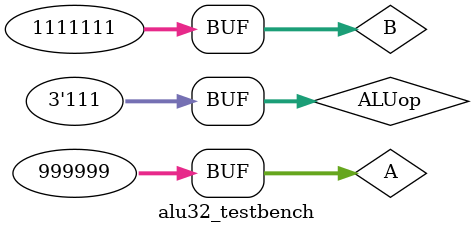
<source format=v>
module alu32_testbench();
reg [31:0] A, B;
reg [2:0] ALUop;
wire [31:0] result;

alu32 g0 (result, A, B, ALUop);

initial begin
A = 32'd999999;
B = 32'd1111111;

ALUop = 3'b000;
#20;

ALUop = 3'b001;
#20;

ALUop = 3'b010;
#20;

ALUop = 3'b011;
#20;

ALUop = 3'b100;
#20;

ALUop = 3'b101;
#20;

ALUop = 3'b110;
#20;

ALUop = 3'b111;
#20;

end

endmodule
</source>
